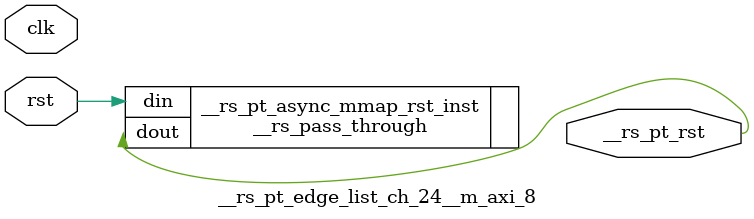
<source format=v>
`timescale 1 ns / 1 ps
/**   Generated by RapidStream   **/
module __rs_pt_edge_list_ch_24__m_axi_8 #(
    parameter BufferSize         = 32,
    parameter BufferSizeLog      = 5,
    parameter AddrWidth          = 64,
    parameter AxiSideAddrWidth   = 64,
    parameter DataWidth          = 512,
    parameter DataWidthBytesLog  = 6,
    parameter WaitTimeWidth      = 4,
    parameter BurstLenWidth      = 8,
    parameter EnableReadChannel  = 1,
    parameter EnableWriteChannel = 1,
    parameter MaxWaitTime        = 3,
    parameter MaxBurstLen        = 15
) (
    output wire __rs_pt_rst,
    input wire  clk,
    input wire  rst
);




__rs_pass_through #(
    .WIDTH (1)
) __rs_pt_async_mmap_rst_inst /**   Generated by RapidStream   **/ (
    .din  (rst),
    .dout (__rs_pt_rst)
);

endmodule  // __rs_pt_edge_list_ch_24__m_axi_8
</source>
